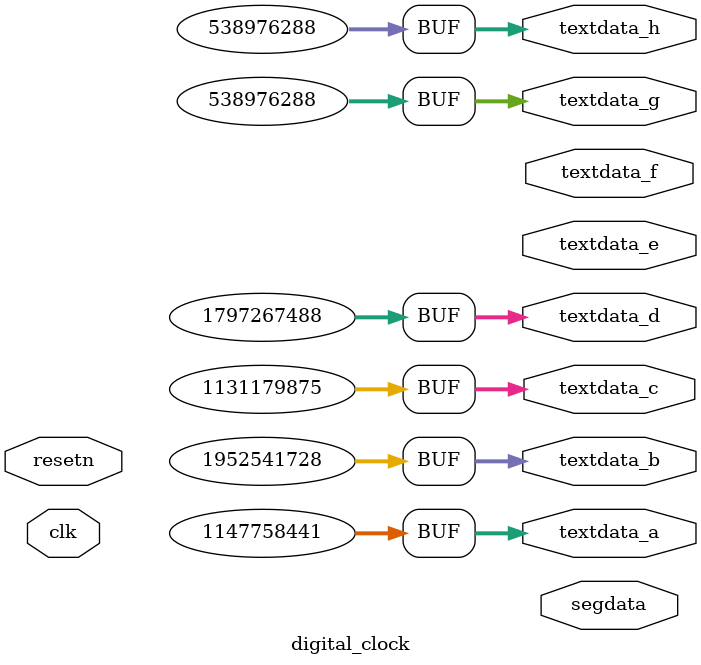
<source format=v>
module digital_clock(
input	wire			resetn,
input	wire			clk,		// 25MHz

output	wire	[31:0]	segdata,
output	wire	[31:0]	textdata_a,
output	wire	[31:0]	textdata_b,
output	wire	[31:0]	textdata_c,
output	wire	[31:0]	textdata_d,
output	wire	[31:0]	textdata_e,
output	wire	[31:0]	textdata_f,
output	wire	[31:0]	textdata_g,
output	wire	[31:0]	textdata_h
);

wire	[3:0]	cnt_sec1;
wire	[3:0]	cnt_sec10;
wire	[3:0]	cnt_min1;
wire	[3:0]	cnt_min10;
wire	[3:0]	cnt_hour1;
wire	[3:0]	cnt_hour10;

//assign segdata = // Coding here!					// hh-mm-ss

assign textdata_a =  32'h44_69_67_69;				// Digi
assign textdata_b =  32'h74_61_6C_20;				// tal
assign textdata_c =  32'h43_6C_6F_63;				// Cloc
assign textdata_d =  32'h6B_20_20_20;				// k
//assign textdata_e =  // Coding here!				// hh:m
//assign textdata_f =  // Coding here!				// m:ss
assign textdata_g =  32'h20_20_20_20;
assign textdata_h =  32'h20_20_20_20;


clk_divider	clk_divider_u0(	.resetn(resetn),
							.clk(clk),

							.cnt_sec1(cnt_sec1),
							.cnt_sec10(cnt_sec10),
							.cnt_min1(cnt_min1),
							.cnt_min10(cnt_min10),
							.cnt_hour1(cnt_hour1),
							.cnt_hour10(cnt_hour10)	);

endmodule


</source>
